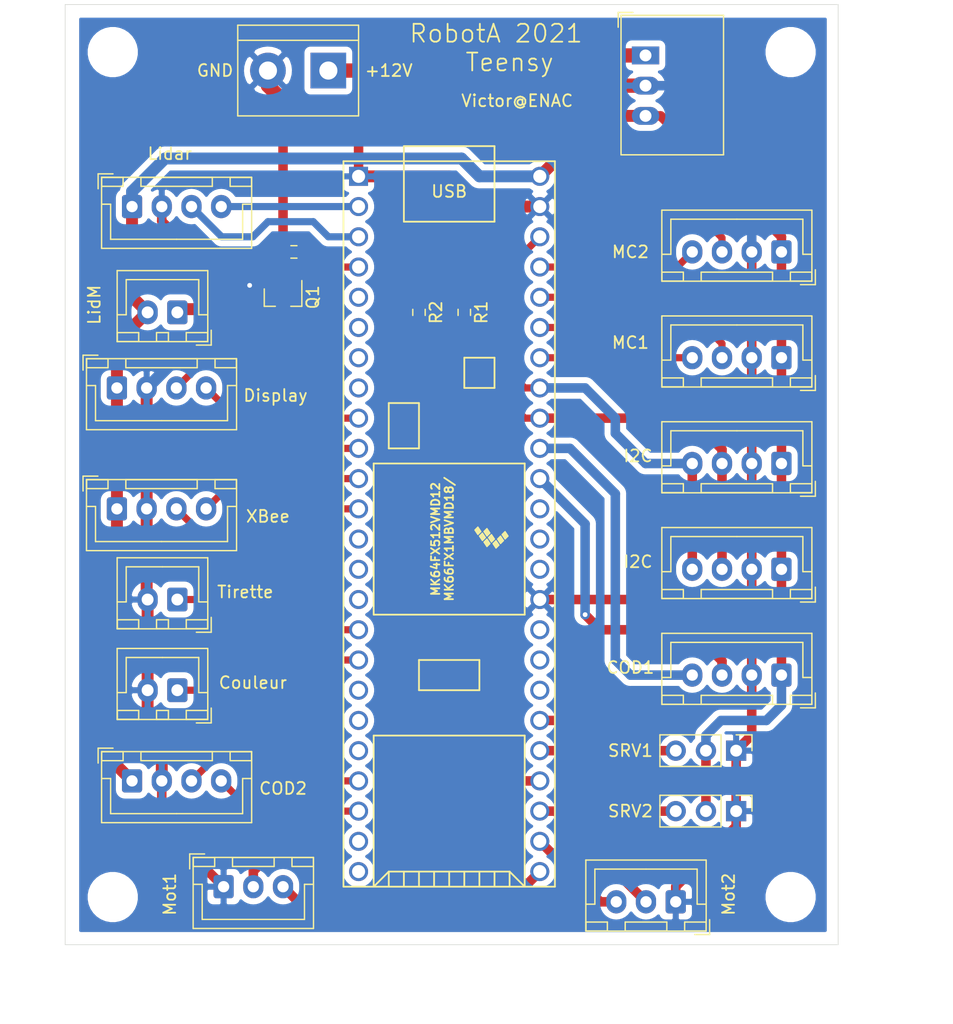
<source format=kicad_pcb>
(kicad_pcb (version 20171130) (host pcbnew "(5.1.9)-1")
  (layers (0 F.Cu signal) (31 B.Cu signal) (34 B.Paste user) (35 F.Paste user) (36 B.SilkS user) (37 F.SilkS user) (38 B.Mask user) (39 F.Mask user) (44 Edge.Cuts user))
  (net 0 "")
  (net 1 +12V)
  (net 2 GND)
  (net 3 COL_GPIO)
  (net 4 "Net-(CARTE_MICR_COTROL1-Pad18)")
  (net 5 "Net-(CARTE_MICR_COTROL1-Pad19)")
  (net 6 "Net-(CARTE_MICR_COTROL1-Pad20)")
  (net 7 TIR_GPIO)
  (net 8 "Net-(CARTE_MICR_COTROL1-Pad15)")
  (net 9 "Net-(CARTE_MICR_COTROL1-Pad14)")
  (net 10 R_COD_2_phA)
  (net 11 R_COD_2_phB)
  (net 12 "Net-(CARTE_MICR_COTROL1-Pad23)")
  (net 13 "Net-(CARTE_MICR_COTROL1-Pad24)")
  (net 14 MOT_1_DIR)
  (net 15 MOT_2_DIR)
  (net 16 MOT_2_PWM)
  (net 17 MOT_1_PWM)
  (net 18 PAV_SERV)
  (net 19 BAR_SERV)
  (net 20 "Net-(CARTE_MICR_COTROL1-Pad36)")
  (net 21 "Net-(CARTE_MICR_COTROL1-Pad37)")
  (net 22 "Net-(CARTE_MICR_COTROL1-Pad13)")
  (net 23 X-BEE_TX)
  (net 24 X-BEE_RX)
  (net 25 GPIO_DISPLAY_2)
  (net 26 GPIO_DISPLAY_1)
  (net 27 "Net-(CARTE_MICR_COTROL1-Pad8)")
  (net 28 "Net-(CARTE_MICR_COTROL1-Pad7)")
  (net 29 "Net-(CARTE_MICR_COTROL1-Pad6)")
  (net 30 "Net-(CARTE_MICR_COTROL1-Pad5)")
  (net 31 LID_PWM)
  (net 32 LID_TX)
  (net 33 LID_RX)
  (net 34 "Net-(CARTE_MICR_COTROL1-Pad38)")
  (net 35 "Net-(CARTE_MICR_COTROL1-Pad40)")
  (net 36 "Net-(CARTE_MICR_COTROL1-Pad41)")
  (net 37 "Net-(CARTE_MICR_COTROL1-Pad42)")
  (net 38 R_COD_1_phA)
  (net 39 R_COD_1_phB)
  (net 40 I2C_SDAO)
  (net 41 I2C_SCLO)
  (net 42 "Net-(CARTE_MICR_COTROL1-Pad51)")
  (net 43 +5V)
  (net 44 "Net-(CONN->MOT_LID1-Pad1)")
  (net 45 MOT_1_COD_phB)
  (net 46 MOT_1_COD_phA)
  (net 47 MOT_2_COD_phB)
  (net 48 MOT_2_COD_phA)
  (module MountingHole:MountingHole_3.2mm_M3 (layer F.Cu) (at 190 152)
    (fp_text reference REF** hide)
    (fp_text value MountingHole_3.2mm_M3)
    (pad 1 np_thru_hole circle (at 0 0) (size 3.2 3.2) (drill 3.2) (layers *.Cu *.Mask))
  )
  (module MountingHole:MountingHole_3.2mm_M3 (layer F.Cu) (at 133 152)
    (fp_text reference REF** hide)
    (fp_text value MountingHole_3.2mm_M3)
    (pad 1 np_thru_hole circle (at 0 0) (size 3.2 3.2) (drill 3.2) (layers *.Cu *.Mask))
  )
  (module Connector_PinHeader_2.54mm:PinHeader_1x03_P2.54mm_Vertical (layer F.Cu) (at 185.42 139.7 270)
    (fp_text reference CONN->SERV_BAR1 hide)
    (fp_text value Conn_01x03_Male)
    (pad 3 thru_hole oval (at 0 5.08 270) (size 1.7 1.7) (drill 1) (layers *.Cu *.Mask) (net 19 BAR_SERV))
    (pad 2 thru_hole oval (at 0 2.54 270) (size 1.7 1.7) (drill 1) (layers *.Cu *.Mask) (net 43 +5V))
    (pad 1 thru_hole rect (at 0 0 270) (size 1.7 1.7) (drill 1) (layers *.Cu *.Mask) (net 2 GND))
  )
  (module MountingHole:MountingHole_3.2mm_M3 (layer F.Cu) (at 133 81)
    (fp_text reference REF** hide)
    (fp_text value MountingHole_3.2mm_M3)
    (pad 1 np_thru_hole circle (at 0 0) (size 3.2 3.2) (drill 3.2) (layers *.Cu *.Mask))
  )
  (module MountingHole:MountingHole_3.2mm_M3 (layer F.Cu) (at 190 81)
    (fp_text reference REF** hide)
    (fp_text value MountingHole_3.2mm_M3)
    (pad 1 np_thru_hole circle (at 0 0) (size 3.2 3.2) (drill 3.2) (layers *.Cu *.Mask))
  )
  (module teensy:Teensy35_36 (layer F.Cu) (at 161.29 120.65 270)
    (fp_text reference CARTE_MICR_COTROL1 hide)
    (fp_text value Teensy3.5)
    (fp_text user MK66FX1MBVMD18/ (at 1.27 0 90) (layer F.SilkS) (effects (font (size 0.7 0.7))))
    (fp_text user MK64FX512VMD12 (at 1.27 1.143 90) (layer F.SilkS) (effects (font (size 0.7 0.7))))
    (pad 17 thru_hole circle (at 11.43 7.62 270) (size 1.6 1.6) (drill 1.1) (layers *.Cu *.Mask) (net 3 COL_GPIO))
    (pad 18 thru_hole circle (at 13.97 7.62 270) (size 1.6 1.6) (drill 1.1) (layers *.Cu *.Mask) (net 4 "Net-(CARTE_MICR_COTROL1-Pad18)"))
    (pad 19 thru_hole circle (at 16.51 7.62 270) (size 1.6 1.6) (drill 1.1) (layers *.Cu *.Mask) (net 5 "Net-(CARTE_MICR_COTROL1-Pad19)"))
    (pad 20 thru_hole circle (at 19.05 7.62 270) (size 1.6 1.6) (drill 1.1) (layers *.Cu *.Mask) (net 6 "Net-(CARTE_MICR_COTROL1-Pad20)"))
    (pad 16 thru_hole circle (at 8.89 7.62 270) (size 1.6 1.6) (drill 1.1) (layers *.Cu *.Mask) (net 7 TIR_GPIO))
    (pad 15 thru_hole circle (at 6.35 7.62 270) (size 1.6 1.6) (drill 1.1) (layers *.Cu *.Mask) (net 8 "Net-(CARTE_MICR_COTROL1-Pad15)"))
    (pad 14 thru_hole circle (at 3.81 7.62 270) (size 1.6 1.6) (drill 1.1) (layers *.Cu *.Mask) (net 9 "Net-(CARTE_MICR_COTROL1-Pad14)"))
    (pad 21 thru_hole circle (at 21.59 7.62 270) (size 1.6 1.6) (drill 1.1) (layers *.Cu *.Mask) (net 10 R_COD_2_phA))
    (pad 22 thru_hole circle (at 24.13 7.62 270) (size 1.6 1.6) (drill 1.1) (layers *.Cu *.Mask) (net 11 R_COD_2_phB))
    (pad 23 thru_hole circle (at 26.67 7.62 270) (size 1.6 1.6) (drill 1.1) (layers *.Cu *.Mask) (net 12 "Net-(CARTE_MICR_COTROL1-Pad23)"))
    (pad 24 thru_hole circle (at 29.21 7.62 270) (size 1.6 1.6) (drill 1.1) (layers *.Cu *.Mask) (net 13 "Net-(CARTE_MICR_COTROL1-Pad24)"))
    (pad 30 thru_hole circle (at 29.21 -7.62 270) (size 1.6 1.6) (drill 1.1) (layers *.Cu *.Mask) (net 14 MOT_1_DIR))
    (pad 31 thru_hole circle (at 26.67 -7.62 270) (size 1.6 1.6) (drill 1.1) (layers *.Cu *.Mask) (net 15 MOT_2_DIR))
    (pad 32 thru_hole circle (at 24.13 -7.62 270) (size 1.6 1.6) (drill 1.1) (layers *.Cu *.Mask) (net 16 MOT_2_PWM))
    (pad 33 thru_hole circle (at 21.59 -7.62 270) (size 1.6 1.6) (drill 1.1) (layers *.Cu *.Mask) (net 17 MOT_1_PWM))
    (pad 34 thru_hole circle (at 19.05 -7.62 270) (size 1.6 1.6) (drill 1.1) (layers *.Cu *.Mask) (net 18 PAV_SERV))
    (pad 35 thru_hole circle (at 16.51 -7.62 270) (size 1.6 1.6) (drill 1.1) (layers *.Cu *.Mask) (net 19 BAR_SERV))
    (pad 36 thru_hole circle (at 13.97 -7.62 270) (size 1.6 1.6) (drill 1.1) (layers *.Cu *.Mask) (net 20 "Net-(CARTE_MICR_COTROL1-Pad36)"))
    (pad 37 thru_hole circle (at 11.43 -7.62 270) (size 1.6 1.6) (drill 1.1) (layers *.Cu *.Mask) (net 21 "Net-(CARTE_MICR_COTROL1-Pad37)"))
    (pad 13 thru_hole circle (at 1.27 7.62 270) (size 1.6 1.6) (drill 1.1) (layers *.Cu *.Mask) (net 22 "Net-(CARTE_MICR_COTROL1-Pad13)"))
    (pad 12 thru_hole circle (at -1.27 7.62 270) (size 1.6 1.6) (drill 1.1) (layers *.Cu *.Mask) (net 23 X-BEE_TX))
    (pad 11 thru_hole circle (at -3.81 7.62 270) (size 1.6 1.6) (drill 1.1) (layers *.Cu *.Mask) (net 24 X-BEE_RX))
    (pad 10 thru_hole circle (at -6.35 7.62 270) (size 1.6 1.6) (drill 1.1) (layers *.Cu *.Mask) (net 25 GPIO_DISPLAY_2))
    (pad 9 thru_hole circle (at -8.89 7.62 270) (size 1.6 1.6) (drill 1.1) (layers *.Cu *.Mask) (net 26 GPIO_DISPLAY_1))
    (pad 8 thru_hole circle (at -11.43 7.62 270) (size 1.6 1.6) (drill 1.1) (layers *.Cu *.Mask) (net 27 "Net-(CARTE_MICR_COTROL1-Pad8)"))
    (pad 7 thru_hole circle (at -13.97 7.62 270) (size 1.6 1.6) (drill 1.1) (layers *.Cu *.Mask) (net 28 "Net-(CARTE_MICR_COTROL1-Pad7)"))
    (pad 6 thru_hole circle (at -16.51 7.62 270) (size 1.6 1.6) (drill 1.1) (layers *.Cu *.Mask) (net 29 "Net-(CARTE_MICR_COTROL1-Pad6)"))
    (pad 5 thru_hole circle (at -19.05 7.62 270) (size 1.6 1.6) (drill 1.1) (layers *.Cu *.Mask) (net 30 "Net-(CARTE_MICR_COTROL1-Pad5)"))
    (pad 4 thru_hole circle (at -21.59 7.62 270) (size 1.6 1.6) (drill 1.1) (layers *.Cu *.Mask) (net 31 LID_PWM))
    (pad 3 thru_hole circle (at -24.13 7.62 270) (size 1.6 1.6) (drill 1.1) (layers *.Cu *.Mask) (net 32 LID_TX))
    (pad 2 thru_hole circle (at -26.67 7.62 270) (size 1.6 1.6) (drill 1.1) (layers *.Cu *.Mask) (net 33 LID_RX))
    (pad 1 thru_hole rect (at -29.21 7.62 270) (size 1.6 1.6) (drill 1.1) (layers *.Cu *.Mask) (net 2 GND))
    (pad 38 thru_hole circle (at 8.89 -7.62 270) (size 1.6 1.6) (drill 1.1) (layers *.Cu *.Mask) (net 34 "Net-(CARTE_MICR_COTROL1-Pad38)"))
    (pad 39 thru_hole circle (at 6.35 -7.62 270) (size 1.6 1.6) (drill 1.1) (layers *.Cu *.Mask) (net 2 GND))
    (pad 40 thru_hole circle (at 3.81 -7.62 270) (size 1.6 1.6) (drill 1.1) (layers *.Cu *.Mask) (net 35 "Net-(CARTE_MICR_COTROL1-Pad40)"))
    (pad 41 thru_hole circle (at 1.27 -7.62 270) (size 1.6 1.6) (drill 1.1) (layers *.Cu *.Mask) (net 36 "Net-(CARTE_MICR_COTROL1-Pad41)"))
    (pad 42 thru_hole circle (at -1.27 -7.62 270) (size 1.6 1.6) (drill 1.1) (layers *.Cu *.Mask) (net 37 "Net-(CARTE_MICR_COTROL1-Pad42)"))
    (pad 43 thru_hole circle (at -3.81 -7.62 270) (size 1.6 1.6) (drill 1.1) (layers *.Cu *.Mask) (net 38 R_COD_1_phA))
    (pad 44 thru_hole circle (at -6.35 -7.62 270) (size 1.6 1.6) (drill 1.1) (layers *.Cu *.Mask) (net 39 R_COD_1_phB))
    (pad 45 thru_hole circle (at -8.89 -7.62 270) (size 1.6 1.6) (drill 1.1) (layers *.Cu *.Mask) (net 40 I2C_SDAO))
    (pad 46 thru_hole circle (at -11.43 -7.62 270) (size 1.6 1.6) (drill 1.1) (layers *.Cu *.Mask) (net 41 I2C_SCLO))
    (pad 47 thru_hole circle (at -13.97 -7.62 270) (size 1.6 1.6) (drill 1.1) (layers *.Cu *.Mask) (net 45 MOT_1_COD_phB))
    (pad 48 thru_hole circle (at -16.51 -7.62 270) (size 1.6 1.6) (drill 1.1) (layers *.Cu *.Mask) (net 46 MOT_1_COD_phA))
    (pad 49 thru_hole circle (at -19.05 -7.62 270) (size 1.6 1.6) (drill 1.1) (layers *.Cu *.Mask) (net 47 MOT_2_COD_phB))
    (pad 50 thru_hole circle (at -21.59 -7.62 270) (size 1.6 1.6) (drill 1.1) (layers *.Cu *.Mask) (net 48 MOT_2_COD_phA))
    (pad 51 thru_hole circle (at -24.13 -7.62 270) (size 1.6 1.6) (drill 1.1) (layers *.Cu *.Mask) (net 42 "Net-(CARTE_MICR_COTROL1-Pad51)"))
    (pad 52 thru_hole circle (at -26.67 -7.62 270) (size 1.6 1.6) (drill 1.1) (layers *.Cu *.Mask) (net 2 GND))
    (pad 53 thru_hole circle (at -29.21 -7.62 270) (size 1.6 1.6) (drill 1.1) (layers *.Cu *.Mask) (net 43 +5V))
  )
  (module TerminalBlock:TerminalBlock_bornier-2_P5.08mm (layer F.Cu) (at 151.13 82.55 180)
    (fp_text reference ALIM_1 hide)
    (fp_text value Screw_Terminal_01x02)
    (pad 1 thru_hole rect (at 0 0 180) (size 3 3) (drill 1.52) (layers *.Cu *.Mask) (net 1 +12V))
    (pad 2 thru_hole circle (at 5.08 0 180) (size 3 3) (drill 1.52) (layers *.Cu *.Mask) (net 2 GND))
  )
  (module Connector_JST:JST_XH_B4B-XH-A_1x04_P2.50mm_Vertical (layer F.Cu) (at 133.35 109.22)
    (fp_text reference CONN->DISP1 hide)
    (fp_text value Conn_01x04_Male)
    (pad 4 thru_hole oval (at 7.5 0) (size 1.7 1.95) (drill 0.95) (layers *.Cu *.Mask) (net 25 GPIO_DISPLAY_2))
    (pad 3 thru_hole oval (at 5 0) (size 1.7 1.95) (drill 0.95) (layers *.Cu *.Mask) (net 26 GPIO_DISPLAY_1))
    (pad 2 thru_hole oval (at 2.5 0) (size 1.7 1.95) (drill 0.95) (layers *.Cu *.Mask) (net 2 GND))
    (pad 1 thru_hole roundrect (at 0 0) (size 1.7 1.95) (drill 0.95) (layers *.Cu *.Mask) (roundrect_rratio 0.147059) (net 43 +5V))
  )
  (module Connector_JST:JST_XH_B4B-XH-A_1x04_P2.50mm_Vertical (layer F.Cu) (at 134.62 93.98)
    (fp_text reference CONN->LID1 hide)
    (fp_text value Conn_01x04_Male)
    (pad 4 thru_hole oval (at 7.5 0) (size 1.7 1.95) (drill 0.95) (layers *.Cu *.Mask) (net 33 LID_RX))
    (pad 3 thru_hole oval (at 5 0) (size 1.7 1.95) (drill 0.95) (layers *.Cu *.Mask) (net 32 LID_TX))
    (pad 2 thru_hole oval (at 2.5 0) (size 1.7 1.95) (drill 0.95) (layers *.Cu *.Mask) (net 2 GND))
    (pad 1 thru_hole roundrect (at 0 0) (size 1.7 1.95) (drill 0.95) (layers *.Cu *.Mask) (roundrect_rratio 0.147059) (net 43 +5V))
  )
  (module Connector_JST:JST_XH_B3B-XH-A_1x03_P2.50mm_Vertical (layer F.Cu) (at 142.32 151.13)
    (fp_text reference CONN->MD10_MOT_1 hide)
    (fp_text value Conn_01x03_Male)
    (pad 1 thru_hole roundrect (at 0 0) (size 1.7 1.95) (drill 0.95) (layers *.Cu *.Mask) (roundrect_rratio 0.147059) (net 2 GND))
    (pad 2 thru_hole oval (at 2.5 0) (size 1.7 1.95) (drill 0.95) (layers *.Cu *.Mask) (net 17 MOT_1_PWM))
    (pad 3 thru_hole oval (at 5 0) (size 1.7 1.95) (drill 0.95) (layers *.Cu *.Mask) (net 14 MOT_1_DIR))
  )
  (module Connector_JST:JST_XH_B3B-XH-A_1x03_P2.50mm_Vertical (layer F.Cu) (at 180.34 152.4 180)
    (fp_text reference CONN->MD10_MOT_2 hide)
    (fp_text value Conn_01x03_Male)
    (pad 3 thru_hole oval (at 5 0 180) (size 1.7 1.95) (drill 0.95) (layers *.Cu *.Mask) (net 15 MOT_2_DIR))
    (pad 2 thru_hole oval (at 2.5 0 180) (size 1.7 1.95) (drill 0.95) (layers *.Cu *.Mask) (net 16 MOT_2_PWM))
    (pad 1 thru_hole roundrect (at 0 0 180) (size 1.7 1.95) (drill 0.95) (layers *.Cu *.Mask) (roundrect_rratio 0.147059) (net 2 GND))
  )
  (module Connector_JST:JST_XH_B2B-XH-A_1x02_P2.50mm_Vertical (layer F.Cu) (at 138.43 102.87 180)
    (fp_text reference CONN->MOT_LID1 hide)
    (fp_text value Conn_01x02_Male)
    (pad 2 thru_hole oval (at 2.5 0 180) (size 1.7 2) (drill 1) (layers *.Cu *.Mask) (net 43 +5V))
    (pad 1 thru_hole roundrect (at 0 0 180) (size 1.7 2) (drill 1) (layers *.Cu *.Mask) (roundrect_rratio 0.147059) (net 44 "Net-(CONN->MOT_LID1-Pad1)"))
  )
  (module Connector_PinHeader_2.54mm:PinHeader_1x03_P2.54mm_Vertical (layer F.Cu) (at 185.42 144.78 270)
    (fp_text reference CONN->SERV_PAV1 hide)
    (fp_text value Conn_01x03_Male)
    (pad 1 thru_hole rect (at 0 0 270) (size 1.7 1.7) (drill 1) (layers *.Cu *.Mask) (net 2 GND))
    (pad 2 thru_hole oval (at 0 2.54 270) (size 1.7 1.7) (drill 1) (layers *.Cu *.Mask) (net 43 +5V))
    (pad 3 thru_hole oval (at 0 5.08 270) (size 1.7 1.7) (drill 1) (layers *.Cu *.Mask) (net 18 PAV_SERV))
  )
  (module Connector_JST:JST_XH_B4B-XH-A_1x04_P2.50mm_Vertical (layer F.Cu) (at 133.35 119.38)
    (fp_text reference CONN->X-BEE1 hide)
    (fp_text value Conn_01x04_Male)
    (pad 1 thru_hole roundrect (at 0 0) (size 1.7 1.95) (drill 0.95) (layers *.Cu *.Mask) (roundrect_rratio 0.147059) (net 43 +5V))
    (pad 2 thru_hole oval (at 2.5 0) (size 1.7 1.95) (drill 0.95) (layers *.Cu *.Mask) (net 2 GND))
    (pad 3 thru_hole oval (at 5 0) (size 1.7 1.95) (drill 0.95) (layers *.Cu *.Mask) (net 23 X-BEE_TX))
    (pad 4 thru_hole oval (at 7.5 0) (size 1.7 1.95) (drill 0.95) (layers *.Cu *.Mask) (net 24 X-BEE_RX))
  )
  (module Connector_JST:JST_XH_B2B-XH-A_1x02_P2.50mm_Vertical (layer F.Cu) (at 138.43 134.62 180)
    (fp_text reference CONN_COL1 hide)
    (fp_text value Conn_01x02_Male)
    (pad 1 thru_hole roundrect (at 0 0 180) (size 1.7 2) (drill 1) (layers *.Cu *.Mask) (roundrect_rratio 0.147059) (net 3 COL_GPIO))
    (pad 2 thru_hole oval (at 2.5 0 180) (size 1.7 2) (drill 1) (layers *.Cu *.Mask) (net 2 GND))
  )
  (module Connector_JST:JST_XH_B2B-XH-A_1x02_P2.50mm_Vertical (layer F.Cu) (at 138.43 127 180)
    (fp_text reference CONN_TIR1 hide)
    (fp_text value Conn_01x02_Male)
    (pad 1 thru_hole roundrect (at 0 0 180) (size 1.7 2) (drill 1) (layers *.Cu *.Mask) (roundrect_rratio 0.147059) (net 7 TIR_GPIO))
    (pad 2 thru_hole oval (at 2.5 0 180) (size 1.7 2) (drill 1) (layers *.Cu *.Mask) (net 2 GND))
  )
  (module Connector_JST:JST_XH_B4B-XH-A_1x04_P2.50mm_Vertical (layer F.Cu) (at 189.23 106.68 180)
    (fp_text reference J1 hide)
    (fp_text value Conn_01x04_Male)
    (pad 4 thru_hole oval (at 7.5 0 180) (size 1.7 1.95) (drill 0.95) (layers *.Cu *.Mask) (net 45 MOT_1_COD_phB))
    (pad 3 thru_hole oval (at 5 0 180) (size 1.7 1.95) (drill 0.95) (layers *.Cu *.Mask) (net 46 MOT_1_COD_phA))
    (pad 2 thru_hole oval (at 2.5 0 180) (size 1.7 1.95) (drill 0.95) (layers *.Cu *.Mask) (net 2 GND))
    (pad 1 thru_hole roundrect (at 0 0 180) (size 1.7 1.95) (drill 0.95) (layers *.Cu *.Mask) (roundrect_rratio 0.147059) (net 43 +5V))
  )
  (module Connector_JST:JST_XH_B4B-XH-A_1x04_P2.50mm_Vertical (layer F.Cu) (at 189.23 97.79 180)
    (fp_text reference J2 hide)
    (fp_text value Conn_01x04_Male)
    (pad 1 thru_hole roundrect (at 0 0 180) (size 1.7 1.95) (drill 0.95) (layers *.Cu *.Mask) (roundrect_rratio 0.147059) (net 43 +5V))
    (pad 2 thru_hole oval (at 2.5 0 180) (size 1.7 1.95) (drill 0.95) (layers *.Cu *.Mask) (net 2 GND))
    (pad 3 thru_hole oval (at 5 0 180) (size 1.7 1.95) (drill 0.95) (layers *.Cu *.Mask) (net 48 MOT_2_COD_phA))
    (pad 4 thru_hole oval (at 7.5 0 180) (size 1.7 1.95) (drill 0.95) (layers *.Cu *.Mask) (net 47 MOT_2_COD_phB))
  )
  (module Connector_JST:JST_XH_B4B-XH-A_1x04_P2.50mm_Vertical (layer F.Cu) (at 189.23 133.35 180)
    (fp_text reference J_FTM->R_COD_1 hide)
    (fp_text value Conn_01x04_Male)
    (pad 4 thru_hole oval (at 7.5 0 180) (size 1.7 1.95) (drill 0.95) (layers *.Cu *.Mask) (net 39 R_COD_1_phB))
    (pad 3 thru_hole oval (at 5 0 180) (size 1.7 1.95) (drill 0.95) (layers *.Cu *.Mask) (net 38 R_COD_1_phA))
    (pad 2 thru_hole oval (at 2.5 0 180) (size 1.7 1.95) (drill 0.95) (layers *.Cu *.Mask) (net 2 GND))
    (pad 1 thru_hole roundrect (at 0 0 180) (size 1.7 1.95) (drill 0.95) (layers *.Cu *.Mask) (roundrect_rratio 0.147059) (net 43 +5V))
  )
  (module Connector_JST:JST_XH_B4B-XH-A_1x04_P2.50mm_Vertical (layer F.Cu) (at 134.62 142.24)
    (fp_text reference J_FTM->R_COD_2 hide)
    (fp_text value Conn_01x04_Male)
    (pad 1 thru_hole roundrect (at 0 0) (size 1.7 1.95) (drill 0.95) (layers *.Cu *.Mask) (roundrect_rratio 0.147059) (net 43 +5V))
    (pad 2 thru_hole oval (at 2.5 0) (size 1.7 1.95) (drill 0.95) (layers *.Cu *.Mask) (net 2 GND))
    (pad 3 thru_hole oval (at 5 0) (size 1.7 1.95) (drill 0.95) (layers *.Cu *.Mask) (net 10 R_COD_2_phA))
    (pad 4 thru_hole oval (at 7.5 0) (size 1.7 1.95) (drill 0.95) (layers *.Cu *.Mask) (net 11 R_COD_2_phB))
  )
  (module Connector_JST:JST_XH_B4B-XH-A_1x04_P2.50mm_Vertical (layer F.Cu) (at 189.23 115.57 180)
    (fp_text reference J_I2C->MULTIPLEX1 hide)
    (fp_text value Conn_01x04_Male)
    (pad 1 thru_hole roundrect (at 0 0 180) (size 1.7 1.95) (drill 0.95) (layers *.Cu *.Mask) (roundrect_rratio 0.147059) (net 43 +5V))
    (pad 2 thru_hole oval (at 2.5 0 180) (size 1.7 1.95) (drill 0.95) (layers *.Cu *.Mask) (net 2 GND))
    (pad 3 thru_hole oval (at 5 0 180) (size 1.7 1.95) (drill 0.95) (layers *.Cu *.Mask) (net 40 I2C_SDAO))
    (pad 4 thru_hole oval (at 7.5 0 180) (size 1.7 1.95) (drill 0.95) (layers *.Cu *.Mask) (net 41 I2C_SCLO))
  )
  (module Connector_JST:JST_XH_B4B-XH-A_1x04_P2.50mm_Vertical (layer F.Cu) (at 189.23 124.46 180)
    (fp_text reference J_I2C->MULTIPLEX2 hide)
    (fp_text value Conn_01x04_Male)
    (pad 1 thru_hole roundrect (at 0 0 180) (size 1.7 1.95) (drill 0.95) (layers *.Cu *.Mask) (roundrect_rratio 0.147059) (net 43 +5V))
    (pad 2 thru_hole oval (at 2.5 0 180) (size 1.7 1.95) (drill 0.95) (layers *.Cu *.Mask) (net 2 GND))
    (pad 3 thru_hole oval (at 5 0 180) (size 1.7 1.95) (drill 0.95) (layers *.Cu *.Mask) (net 40 I2C_SDAO))
    (pad 4 thru_hole oval (at 7.5 0 180) (size 1.7 1.95) (drill 0.95) (layers *.Cu *.Mask) (net 41 I2C_SCLO))
  )
  (module Package_TO_SOT_SMD:SOT-23 (layer F.Cu) (at 147.32 101.6 270)
    (fp_text reference Q1 (at 0 -2.5 90) (layer F.SilkS))
    (fp_text value IRLML0030)
    (pad 1 smd rect (at -1 -0.95 270) (size 0.9 0.8) (layers F.Cu F.Paste F.Mask) (net 31 LID_PWM))
    (pad 2 smd rect (at -1 0.95 270) (size 0.9 0.8) (layers F.Cu F.Paste F.Mask) (net 2 GND))
    (pad 3 smd rect (at 1 0 270) (size 0.9 0.8) (layers F.Cu F.Paste F.Mask) (net 44 "Net-(CONN->MOT_LID1-Pad1)"))
  )
  (module Resistor_SMD:R_0603_1608Metric_Pad0.98x0.95mm_HandSolder (layer F.Cu) (at 162.56 102.87 270)
    (fp_text reference R1 (at 0 -1.43 90) (layer F.SilkS))
    (fp_text value 2.2k)
    (pad 2 smd roundrect (at 0.9125 0 270) (size 0.975 0.95) (layers F.Cu F.Paste F.Mask) (net 41 I2C_SCLO))
    (pad 1 smd roundrect (at -0.9125 0 270) (size 0.975 0.95) (layers F.Cu F.Paste F.Mask) (net 42 "Net-(CARTE_MICR_COTROL1-Pad51)"))
  )
  (module Resistor_SMD:R_0603_1608Metric_Pad0.98x0.95mm_HandSolder (layer F.Cu) (at 158.75 102.87 270)
    (fp_text reference R2 (at 0 -1.43 90) (layer F.SilkS))
    (fp_text value 2.2k)
    (pad 1 smd roundrect (at -0.9125 0 270) (size 0.975 0.95) (layers F.Cu F.Paste F.Mask) (net 42 "Net-(CARTE_MICR_COTROL1-Pad51)"))
    (pad 2 smd roundrect (at 0.9125 0 270) (size 0.975 0.95) (layers F.Cu F.Paste F.Mask) (net 40 I2C_SDAO))
  )
  (module Resistor_SMD:R_0603_1608Metric_Pad0.98x0.95mm_HandSolder (layer F.Cu) (at 148.2325 97.79 180)
    (fp_text reference R_Pull_D_MOT_LID1 hide)
    (fp_text value 10k)
    (pad 1 smd roundrect (at -0.9125 0 180) (size 0.975 0.95) (layers F.Cu F.Paste F.Mask) (net 31 LID_PWM))
    (pad 2 smd roundrect (at 0.9125 0 180) (size 0.975 0.95) (layers F.Cu F.Paste F.Mask) (net 2 GND))
  )
  (module Converter_DCDC:Converter_DCDC_RECOM_R-78E-0.5_THT (layer F.Cu) (at 177.8 81.28 270)
    (fp_text reference U12->5 hide)
    (fp_text value R-78E5.0-1.0)
    (pad 1 thru_hole rect (at 0 0 270) (size 1.5 2.3) (drill 1) (layers *.Cu *.Mask) (net 1 +12V))
    (pad 2 thru_hole oval (at 2.54 0 270) (size 1.5 2.3) (drill 1) (layers *.Cu *.Mask) (net 2 GND))
    (pad 3 thru_hole oval (at 5.08 0 270) (size 1.5 2.3) (drill 1) (layers *.Cu *.Mask) (net 43 +5V))
  )
  (gr_text USB (at 161.29 92.71) (layer F.SilkS) (effects (font (size 1 1))))
  (gr_text Victor@ENAC (at 167.005 85.09) (layer F.SilkS) (effects (font (size 1 1))))
  (gr_text "RobotA 2021  \nTeensy" (at 166.37 80.645) (layer F.SilkS) (effects (font (size 1.5 1.5))))
  (gr_text +12V (at 156.21 82.55) (layer F.SilkS) (effects (font (size 1 1))))
  (gr_text GND (at 141.605 82.55) (layer F.SilkS) (effects (font (size 1 1))))
  (gr_text Lidar (at 137.795 89.535) (layer F.SilkS) (effects (font (size 1 1))))
  (gr_text LidM (at 131.445 102.235 90) (layer F.SilkS) (effects (font (size 1 1))))
  (gr_text Display (at 146.685 109.855) (layer F.SilkS) (effects (font (size 1 1))))
  (gr_text XBee (at 146.05 120.015) (layer F.SilkS) (effects (font (size 1 1))))
  (gr_text Couleur (at 144.78 133.985) (layer F.SilkS) (effects (font (size 1 1))))
  (gr_text Tirette (at 144.145 126.365) (layer F.SilkS) (effects (font (size 1 1))))
  (gr_text COD2 (at 147.32 142.875) (layer F.SilkS) (effects (font (size 1 1))))
  (gr_text Mot1 (at 137.795 151.765 90) (layer F.SilkS) (effects (font (size 1 1))))
  (gr_text Mot2 (at 184.785 151.765 90) (layer F.SilkS) (effects (font (size 1 1))))
  (gr_text SRV2 (at 176.53 144.78) (layer F.SilkS) (effects (font (size 1 1))))
  (gr_text SRV1 (at 176.53 139.7) (layer F.SilkS) (effects (font (size 1 1))))
  (gr_text COD1 (at 176.53 132.715) (layer F.SilkS) (effects (font (size 1 1))))
  (gr_text I2C (at 177.165 123.825) (layer F.SilkS) (effects (font (size 1 1))))
  (gr_text I2C (at 177.165 114.935) (layer F.SilkS) (effects (font (size 1 1))))
  (gr_text "MC1\n" (at 176.53 105.41) (layer F.SilkS) (effects (font (size 1 1))))
  (gr_text MC2 (at 176.53 97.79) (layer F.SilkS) (effects (font (size 1 1))))
  (gr_line (start 129 156) (end 194 156) (layer Edge.Cuts) (width 0.05))
  (gr_line (start 194 77) (end 194 156) (layer Edge.Cuts) (width 0.05))
  (gr_line (start 129 77) (end 194 77) (layer Edge.Cuts) (width 0.05))
  (gr_line (start 129 156) (end 129 77) (layer Edge.Cuts) (width 0.05))
  (segment (start 177.8 81.28) (end 157.48 81.28) (width 1.2) (layer F.Cu) (net 1))
  (segment (start 157.48 81.28) (end 156.21 82.55) (width 1.2) (layer F.Cu) (net 1))
  (segment (start 156.21 82.55) (end 151.13 82.55) (width 1.2) (layer F.Cu) (net 1))
  (via (at 135.89 109.22) (size 0.8) (drill 0.4) (layers F.Cu B.Cu) (net 2))
  (segment (start 160.02 83.82) (end 177.8 83.82) (width 1.2) (layer F.Cu) (net 2))
  (segment (start 157.48 86.36) (end 160.02 83.82) (width 1.2) (layer F.Cu) (net 2))
  (segment (start 149.86 86.36) (end 148.59 86.36) (width 1.2) (layer F.Cu) (net 2))
  (segment (start 153.67 91.44) (end 161.29 91.44) (width 1) (layer F.Cu) (net 2))
  (segment (start 163.83 93.98) (end 168.91 93.98) (width 1) (layer F.Cu) (net 2))
  (segment (start 161.29 91.44) (end 163.83 93.98) (width 1) (layer F.Cu) (net 2))
  (segment (start 146.37 100.6) (end 144.51 100.6) (width 1) (layer F.Cu) (net 2))
  (segment (start 144.51 100.6) (end 144.51 100.6) (width 1) (layer F.Cu) (net 2))
  (via (at 144.51 100.6) (size 0.8) (drill 0.4) (layers F.Cu B.Cu) (net 2))
  (segment (start 135.89 109.22) (end 144.51 100.6) (width 1) (layer B.Cu) (net 2))
  (segment (start 135.85 109.22) (end 135.89 109.22) (width 1) (layer B.Cu) (net 2))
  (segment (start 135.85 109.22) (end 135.85 119.38) (width 1) (layer F.Cu) (net 2))
  (segment (start 135.85 126.92) (end 135.93 127) (width 1) (layer F.Cu) (net 2))
  (segment (start 135.85 119.38) (end 135.85 126.92) (width 1) (layer F.Cu) (net 2))
  (segment (start 135.93 127) (end 135.93 134.62) (width 1) (layer F.Cu) (net 2))
  (segment (start 135.93 134.62) (end 135.93 137.2) (width 1) (layer F.Cu) (net 2))
  (segment (start 137.12 138.39) (end 137.12 142.24) (width 1) (layer F.Cu) (net 2))
  (segment (start 135.93 137.2) (end 137.12 138.39) (width 1) (layer F.Cu) (net 2))
  (segment (start 177.8 83.82) (end 180.34 83.82) (width 0.8) (layer B.Cu) (net 2))
  (segment (start 186.73 90.21) (end 186.73 97.79) (width 0.8) (layer B.Cu) (net 2))
  (segment (start 180.34 83.82) (end 186.73 90.21) (width 0.8) (layer B.Cu) (net 2))
  (segment (start 186.73 97.79) (end 186.73 106.68) (width 0.8) (layer F.Cu) (net 2))
  (segment (start 146.05 82.55) (end 146.05 83.82) (width 1.2) (layer F.Cu) (net 2))
  (segment (start 146.05 83.82) (end 148.59 86.36) (width 1.2) (layer F.Cu) (net 2))
  (segment (start 144.51 100.6) (end 142.51 100.6) (width 0.8) (layer F.Cu) (net 2))
  (segment (start 137.12 95.21) (end 137.12 93.98) (width 0.8) (layer F.Cu) (net 2))
  (segment (start 142.51 100.6) (end 137.12 95.21) (width 0.8) (layer F.Cu) (net 2))
  (segment (start 146.37 98.74) (end 147.32 97.79) (width 0.8) (layer F.Cu) (net 2))
  (segment (start 146.37 100.6) (end 146.37 98.74) (width 0.8) (layer F.Cu) (net 2))
  (segment (start 147.32 87.63) (end 148.59 86.36) (width 0.8) (layer F.Cu) (net 2))
  (segment (start 147.32 97.79) (end 147.32 87.63) (width 0.8) (layer F.Cu) (net 2))
  (segment (start 153.67 91.44) (end 153.67 87.63) (width 0.8) (layer F.Cu) (net 2))
  (segment (start 153.67 87.63) (end 153.67 86.36) (width 0.8) (layer F.Cu) (net 2))
  (segment (start 153.67 86.36) (end 157.48 86.36) (width 1.2) (layer F.Cu) (net 2))
  (segment (start 149.86 86.36) (end 153.67 86.36) (width 1.2) (layer F.Cu) (net 2))
  (segment (start 137.12 145.93) (end 142.32 151.13) (width 0.8) (layer F.Cu) (net 2))
  (segment (start 137.12 142.24) (end 137.12 145.93) (width 0.8) (layer F.Cu) (net 2))
  (segment (start 180.34 152.4) (end 180.34 151.13) (width 0.8) (layer F.Cu) (net 2))
  (segment (start 185.42 146.05) (end 185.42 144.78) (width 0.8) (layer F.Cu) (net 2))
  (segment (start 180.34 151.13) (end 185.42 146.05) (width 0.8) (layer F.Cu) (net 2))
  (segment (start 185.42 144.78) (end 185.42 139.7) (width 0.8) (layer F.Cu) (net 2))
  (segment (start 186.73 106.68) (end 186.73 115.57) (width 0.8) (layer F.Cu) (net 2))
  (segment (start 186.73 138.39) (end 185.42 139.7) (width 0.8) (layer F.Cu) (net 2))
  (segment (start 186.73 133.35) (end 186.73 138.39) (width 0.8) (layer F.Cu) (net 2))
  (segment (start 186.73 124.46) (end 186.73 123.23) (width 0.8) (layer F.Cu) (net 2))
  (segment (start 186.73 115.57) (end 186.73 123.23) (width 0.8) (layer F.Cu) (net 2))
  (segment (start 186.69 127) (end 186.73 127.04) (width 0.8) (layer F.Cu) (net 2))
  (segment (start 168.91 127) (end 186.69 127) (width 0.8) (layer F.Cu) (net 2))
  (segment (start 186.73 127.04) (end 186.73 133.35) (width 0.8) (layer F.Cu) (net 2))
  (segment (start 186.73 124.46) (end 186.73 127.04) (width 0.8) (layer F.Cu) (net 2))
  (segment (start 147.32 134.62) (end 138.43 134.62) (width 0.6) (layer F.Cu) (net 3))
  (segment (start 149.86 132.08) (end 147.32 134.62) (width 0.6) (layer F.Cu) (net 3))
  (segment (start 153.67 132.08) (end 149.86 132.08) (width 0.6) (layer F.Cu) (net 3))
  (segment (start 146.05 127) (end 138.43 127) (width 0.6) (layer F.Cu) (net 7))
  (segment (start 148.59 129.54) (end 146.05 127) (width 0.6) (layer F.Cu) (net 7))
  (segment (start 153.67 129.54) (end 148.59 129.54) (width 0.6) (layer F.Cu) (net 7))
  (segment (start 153.67 142.24) (end 149.86 142.24) (width 0.6) (layer F.Cu) (net 10))
  (segment (start 149.86 142.24) (end 147.32 139.7) (width 0.6) (layer F.Cu) (net 10))
  (segment (start 142.16 139.7) (end 139.62 142.24) (width 0.6) (layer F.Cu) (net 10))
  (segment (start 147.32 139.7) (end 142.16 139.7) (width 0.6) (layer F.Cu) (net 10))
  (segment (start 144.66 144.78) (end 142.12 142.24) (width 0.6) (layer F.Cu) (net 11))
  (segment (start 153.67 144.78) (end 144.66 144.78) (width 0.6) (layer F.Cu) (net 11))
  (segment (start 168.91 149.86) (end 165.1 153.67) (width 0.8) (layer F.Cu) (net 14))
  (segment (start 165.1 153.67) (end 149.86 153.67) (width 0.8) (layer F.Cu) (net 14))
  (segment (start 149.86 153.67) (end 147.32 151.13) (width 0.8) (layer F.Cu) (net 14))
  (segment (start 173.99 152.4) (end 168.91 147.32) (width 0.8) (layer F.Cu) (net 15))
  (segment (start 175.34 152.4) (end 173.99 152.4) (width 0.8) (layer F.Cu) (net 15))
  (segment (start 170.22 144.78) (end 168.91 144.78) (width 0.8) (layer F.Cu) (net 16))
  (segment (start 177.84 152.4) (end 170.22 144.78) (width 0.8) (layer F.Cu) (net 16))
  (segment (start 144.82 149.82) (end 144.82 151.13) (width 0.8) (layer F.Cu) (net 17))
  (segment (start 146.05 148.59) (end 144.82 149.82) (width 0.8) (layer F.Cu) (net 17))
  (segment (start 148.59 148.59) (end 146.05 148.59) (width 0.8) (layer F.Cu) (net 17))
  (segment (start 152.4 152.4) (end 148.59 148.59) (width 0.8) (layer F.Cu) (net 17))
  (segment (start 156.21 152.4) (end 152.4 152.4) (width 0.8) (layer F.Cu) (net 17))
  (segment (start 166.37 142.24) (end 156.21 152.4) (width 0.8) (layer F.Cu) (net 17))
  (segment (start 168.91 142.24) (end 166.37 142.24) (width 0.8) (layer F.Cu) (net 17))
  (segment (start 180.34 144.78) (end 176.53 144.78) (width 0.8) (layer F.Cu) (net 18))
  (segment (start 171.45 139.7) (end 168.91 139.7) (width 0.8) (layer F.Cu) (net 18))
  (segment (start 176.53 144.78) (end 171.45 139.7) (width 0.8) (layer F.Cu) (net 18))
  (segment (start 180.34 139.7) (end 176.53 139.7) (width 0.8) (layer F.Cu) (net 19))
  (segment (start 173.99 137.16) (end 168.91 137.16) (width 0.8) (layer F.Cu) (net 19))
  (segment (start 176.53 139.7) (end 173.99 137.16) (width 0.8) (layer F.Cu) (net 19))
  (segment (start 153.67 119.38) (end 151.13 119.38) (width 0.6) (layer F.Cu) (net 23))
  (segment (start 151.13 119.38) (end 148.59 121.92) (width 0.6) (layer F.Cu) (net 23))
  (segment (start 140.89 121.92) (end 138.35 119.38) (width 0.6) (layer F.Cu) (net 23))
  (segment (start 148.59 121.92) (end 140.89 121.92) (width 0.6) (layer F.Cu) (net 23))
  (segment (start 143.39 116.84) (end 140.85 119.38) (width 0.6) (layer F.Cu) (net 24))
  (segment (start 153.67 116.84) (end 143.39 116.84) (width 0.6) (layer F.Cu) (net 24))
  (segment (start 145.93 114.3) (end 140.85 109.22) (width 0.6) (layer F.Cu) (net 25))
  (segment (start 153.67 114.3) (end 145.93 114.3) (width 0.6) (layer F.Cu) (net 25))
  (segment (start 140.89 106.68) (end 138.35 109.22) (width 0.6) (layer F.Cu) (net 26))
  (segment (start 146.05 106.68) (end 140.89 106.68) (width 0.6) (layer F.Cu) (net 26))
  (segment (start 151.13 111.76) (end 146.05 106.68) (width 0.6) (layer F.Cu) (net 26))
  (segment (start 153.67 111.76) (end 151.13 111.76) (width 0.6) (layer F.Cu) (net 26))
  (segment (start 149.81 99.06) (end 148.27 100.6) (width 0.6) (layer F.Cu) (net 31))
  (segment (start 149.86 97.79) (end 151.13 99.06) (width 0.6) (layer F.Cu) (net 31))
  (segment (start 149.145 97.79) (end 149.86 97.79) (width 0.6) (layer F.Cu) (net 31))
  (segment (start 151.13 99.06) (end 149.81 99.06) (width 0.6) (layer F.Cu) (net 31))
  (segment (start 153.67 99.06) (end 151.13 99.06) (width 0.6) (layer F.Cu) (net 31))
  (segment (start 153.67 96.52) (end 151.13 96.52) (width 0.6) (layer B.Cu) (net 32))
  (segment (start 151.13 96.52) (end 149.86 95.25) (width 0.6) (layer B.Cu) (net 32))
  (segment (start 149.86 95.25) (end 146.05 95.25) (width 0.6) (layer B.Cu) (net 32))
  (segment (start 146.05 95.25) (end 144.78 96.52) (width 0.6) (layer B.Cu) (net 32))
  (segment (start 142.16 96.52) (end 139.62 93.98) (width 0.6) (layer B.Cu) (net 32))
  (segment (start 144.78 96.52) (end 142.16 96.52) (width 0.6) (layer B.Cu) (net 32))
  (segment (start 153.67 93.98) (end 142.12 93.98) (width 0.6) (layer B.Cu) (net 33))
  (segment (start 184.23 133.35) (end 184.23 132.16) (width 0.8) (layer F.Cu) (net 38))
  (segment (start 184.23 132.16) (end 181.61 129.54) (width 0.8) (layer F.Cu) (net 38))
  (segment (start 181.61 129.54) (end 173.99 129.54) (width 0.8) (layer F.Cu) (net 38))
  (segment (start 173.99 129.54) (end 172.72 128.27) (width 0.8) (layer F.Cu) (net 38))
  (segment (start 172.72 128.27) (end 172.72 128.27) (width 0.8) (layer F.Cu) (net 38))
  (via (at 172.72 128.27) (size 0.8) (drill 0.4) (layers F.Cu B.Cu) (net 38))
  (segment (start 172.72 120.65) (end 172.72 128.27) (width 0.8) (layer B.Cu) (net 38))
  (segment (start 168.91 116.84) (end 172.72 120.65) (width 0.8) (layer B.Cu) (net 38))
  (segment (start 168.91 114.3) (end 171.45 114.3) (width 0.8) (layer B.Cu) (net 39))
  (segment (start 171.45 114.3) (end 175.26 118.11) (width 0.8) (layer B.Cu) (net 39))
  (segment (start 175.26 118.11) (end 175.26 132.08) (width 0.8) (layer B.Cu) (net 39))
  (segment (start 176.53 133.35) (end 181.73 133.35) (width 0.8) (layer B.Cu) (net 39))
  (segment (start 175.26 132.08) (end 176.53 133.35) (width 0.8) (layer B.Cu) (net 39))
  (segment (start 158.75 103.7825) (end 159.6625 103.7825) (width 0.6) (layer F.Cu) (net 40))
  (segment (start 167.64 111.76) (end 168.91 111.76) (width 0.6) (layer F.Cu) (net 40))
  (segment (start 159.6625 103.7825) (end 167.64 111.76) (width 0.6) (layer F.Cu) (net 40))
  (segment (start 184.23 124.46) (end 184.23 115.57) (width 0.8) (layer F.Cu) (net 40))
  (segment (start 184.23 115.57) (end 184.23 114.38) (width 0.8) (layer F.Cu) (net 40))
  (segment (start 181.61 111.76) (end 168.91 111.76) (width 0.8) (layer F.Cu) (net 40))
  (segment (start 184.23 114.38) (end 181.61 111.76) (width 0.8) (layer F.Cu) (net 40))
  (segment (start 168.91 109.22) (end 167.64 109.22) (width 0.6) (layer F.Cu) (net 41))
  (segment (start 167.64 109.22) (end 162.56 104.14) (width 0.6) (layer F.Cu) (net 41))
  (segment (start 181.73 115.57) (end 181.73 124.46) (width 0.8) (layer F.Cu) (net 41))
  (segment (start 181.73 115.57) (end 177.8 115.57) (width 0.8) (layer B.Cu) (net 41))
  (segment (start 177.8 115.57) (end 175.26 113.03) (width 0.8) (layer B.Cu) (net 41))
  (segment (start 175.26 113.03) (end 175.26 111.76) (width 0.8) (layer B.Cu) (net 41))
  (segment (start 172.72 109.22) (end 168.91 109.22) (width 0.8) (layer B.Cu) (net 41))
  (segment (start 175.26 111.76) (end 172.72 109.22) (width 0.8) (layer B.Cu) (net 41))
  (segment (start 163.4725 101.9575) (end 168.91 96.52) (width 0.6) (layer F.Cu) (net 42))
  (segment (start 158.75 101.9575) (end 162.9175 101.9575) (width 0.6) (layer F.Cu) (net 42))
  (segment (start 162.9175 101.9575) (end 163.4725 101.9575) (width 0.6) (layer F.Cu) (net 42))
  (segment (start 162.56 101.9575) (end 162.9175 101.9575) (width 0.6) (layer F.Cu) (net 42))
  (segment (start 173.99 86.36) (end 168.91 91.44) (width 1) (layer F.Cu) (net 43))
  (segment (start 177.8 86.36) (end 173.99 86.36) (width 1) (layer F.Cu) (net 43))
  (segment (start 168.91 91.44) (end 163.83 91.44) (width 1) (layer B.Cu) (net 43))
  (segment (start 162.329999 89.939999) (end 137.390001 89.939999) (width 1) (layer B.Cu) (net 43))
  (segment (start 163.83 91.44) (end 162.329999 89.939999) (width 1) (layer B.Cu) (net 43))
  (segment (start 134.62 92.71) (end 134.62 93.98) (width 1) (layer B.Cu) (net 43))
  (segment (start 137.390001 89.939999) (end 134.62 92.71) (width 1) (layer B.Cu) (net 43))
  (segment (start 134.62 101.56) (end 135.93 102.87) (width 1) (layer F.Cu) (net 43))
  (segment (start 134.62 93.98) (end 134.62 101.56) (width 1) (layer F.Cu) (net 43))
  (segment (start 135.93 102.87) (end 135.89 102.87) (width 1) (layer F.Cu) (net 43))
  (segment (start 133.35 105.41) (end 133.35 109.22) (width 1) (layer F.Cu) (net 43))
  (segment (start 135.89 102.87) (end 133.35 105.41) (width 1) (layer F.Cu) (net 43))
  (segment (start 133.35 109.22) (end 133.35 119.38) (width 1) (layer F.Cu) (net 43))
  (segment (start 133.35 119.38) (end 133.35 140.97) (width 1) (layer F.Cu) (net 43))
  (segment (start 133.35 140.97) (end 134.62 142.24) (width 1) (layer F.Cu) (net 43))
  (segment (start 177.8 86.36) (end 179.07 86.36) (width 0.8) (layer F.Cu) (net 43))
  (segment (start 189.23 96.52) (end 189.23 97.79) (width 0.8) (layer F.Cu) (net 43))
  (segment (start 179.07 86.36) (end 189.23 96.52) (width 0.8) (layer F.Cu) (net 43))
  (segment (start 189.23 97.79) (end 189.23 106.68) (width 0.8) (layer F.Cu) (net 43))
  (segment (start 182.88 144.78) (end 182.88 139.7) (width 0.8) (layer F.Cu) (net 43))
  (segment (start 189.23 106.68) (end 189.23 115.57) (width 0.8) (layer F.Cu) (net 43))
  (segment (start 189.23 115.57) (end 189.23 124.46) (width 0.8) (layer F.Cu) (net 43))
  (segment (start 189.23 124.46) (end 189.23 133.35) (width 0.8) (layer F.Cu) (net 43))
  (segment (start 189.23 133.35) (end 189.23 135.89) (width 0.8) (layer B.Cu) (net 43))
  (segment (start 189.23 135.89) (end 187.96 137.16) (width 0.8) (layer B.Cu) (net 43))
  (segment (start 187.96 137.16) (end 184.15 137.16) (width 0.8) (layer B.Cu) (net 43))
  (segment (start 182.88 138.43) (end 182.88 139.7) (width 0.8) (layer B.Cu) (net 43))
  (segment (start 184.15 137.16) (end 182.88 138.43) (width 0.8) (layer B.Cu) (net 43))
  (segment (start 138.7 102.6) (end 138.43 102.87) (width 1) (layer F.Cu) (net 44))
  (segment (start 147.32 102.6) (end 138.7 102.6) (width 1) (layer F.Cu) (net 44))
  (segment (start 168.91 106.68) (end 181.73 106.68) (width 0.6) (layer F.Cu) (net 45))
  (segment (start 184.23 105.49) (end 184.23 106.68) (width 0.6) (layer F.Cu) (net 46))
  (segment (start 182.88 104.14) (end 184.23 105.49) (width 0.6) (layer F.Cu) (net 46))
  (segment (start 168.91 104.14) (end 182.88 104.14) (width 0.6) (layer F.Cu) (net 46))
  (segment (start 177.92 101.6) (end 181.73 97.79) (width 0.6) (layer F.Cu) (net 47))
  (segment (start 168.91 101.6) (end 177.92 101.6) (width 0.6) (layer F.Cu) (net 47))
  (segment (start 168.91 99.06) (end 175.26 99.06) (width 0.6) (layer F.Cu) (net 48))
  (segment (start 175.26 99.06) (end 179.07 95.25) (width 0.6) (layer F.Cu) (net 48))
  (segment (start 179.07 95.25) (end 182.88 95.25) (width 0.6) (layer F.Cu) (net 48))
  (segment (start 184.23 96.6) (end 184.23 97.79) (width 0.6) (layer F.Cu) (net 48))
  (segment (start 182.88 95.25) (end 184.23 96.6) (width 0.6) (layer F.Cu) (net 48))
  (zone (net 2) (net_name GND) (layer B.Cu) (connect_pads (clearance 0.508)) (min_thickness 0.254) (fill yes (arc_segments 32) (thermal_gap 0.508) (thermal_bridge_width 0.508))
    (polygon (pts (xy 193.04 154.94) (xy 130.175 154.94) (xy 130.175 78.105) (xy 193.04 78.105)))
  )
)
</source>
